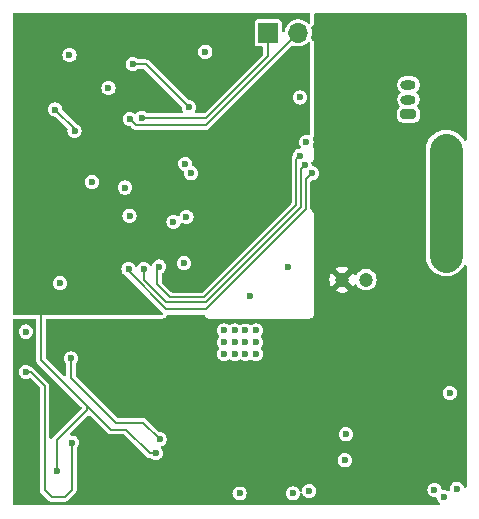
<source format=gbr>
%TF.GenerationSoftware,KiCad,Pcbnew,8.0.3-8.0.3-0~ubuntu22.04.1*%
%TF.CreationDate,2024-07-04T17:08:58-06:00*%
%TF.ProjectId,stm32g070 and DRV8311 single motor board - V1 Alpha,73746d33-3267-4303-9730-20616e642044,rev?*%
%TF.SameCoordinates,Original*%
%TF.FileFunction,Copper,L3,Inr*%
%TF.FilePolarity,Positive*%
%FSLAX46Y46*%
G04 Gerber Fmt 4.6, Leading zero omitted, Abs format (unit mm)*
G04 Created by KiCad (PCBNEW 8.0.3-8.0.3-0~ubuntu22.04.1) date 2024-07-04 17:08:58*
%MOMM*%
%LPD*%
G01*
G04 APERTURE LIST*
G04 Aperture macros list*
%AMRoundRect*
0 Rectangle with rounded corners*
0 $1 Rounding radius*
0 $2 $3 $4 $5 $6 $7 $8 $9 X,Y pos of 4 corners*
0 Add a 4 corners polygon primitive as box body*
4,1,4,$2,$3,$4,$5,$6,$7,$8,$9,$2,$3,0*
0 Add four circle primitives for the rounded corners*
1,1,$1+$1,$2,$3*
1,1,$1+$1,$4,$5*
1,1,$1+$1,$6,$7*
1,1,$1+$1,$8,$9*
0 Add four rect primitives between the rounded corners*
20,1,$1+$1,$2,$3,$4,$5,0*
20,1,$1+$1,$4,$5,$6,$7,0*
20,1,$1+$1,$6,$7,$8,$9,0*
20,1,$1+$1,$8,$9,$2,$3,0*%
G04 Aperture macros list end*
%TA.AperFunction,ComponentPad*%
%ADD10RoundRect,0.200000X0.450000X-0.200000X0.450000X0.200000X-0.450000X0.200000X-0.450000X-0.200000X0*%
%TD*%
%TA.AperFunction,ComponentPad*%
%ADD11O,1.300000X0.800000*%
%TD*%
%TA.AperFunction,ComponentPad*%
%ADD12C,1.200000*%
%TD*%
%TA.AperFunction,ComponentPad*%
%ADD13C,0.600000*%
%TD*%
%TA.AperFunction,ComponentPad*%
%ADD14R,1.700000X1.700000*%
%TD*%
%TA.AperFunction,ComponentPad*%
%ADD15O,1.700000X1.700000*%
%TD*%
%TA.AperFunction,ViaPad*%
%ADD16C,0.600000*%
%TD*%
%TA.AperFunction,Conductor*%
%ADD17C,0.200000*%
%TD*%
%TA.AperFunction,Conductor*%
%ADD18C,2.814000*%
%TD*%
G04 APERTURE END LIST*
D10*
%TO.N,Net-(J3-Pin_1)*%
%TO.C,J3*%
X156400000Y-96900000D03*
D11*
%TO.N,Net-(J3-Pin_2)*%
X156400000Y-95650000D03*
%TO.N,Net-(J3-Pin_3)*%
X156400000Y-94400000D03*
%TD*%
D12*
%TO.N,/MOTORPWR*%
%TO.C,C15*%
X152800000Y-110900000D03*
%TO.N,GNDPWR*%
X150800000Y-110900000D03*
%TD*%
D13*
%TO.N,GNDPWR*%
%TO.C,U4*%
X132262500Y-124737500D03*
X132262500Y-125687500D03*
X132262500Y-126637500D03*
%TD*%
D14*
%TO.N,/USART1_TX*%
%TO.C,J4*%
X144525000Y-90000000D03*
D15*
%TO.N,/USART1_RX*%
X147065000Y-90000000D03*
%TD*%
D13*
%TO.N,GNDPWR*%
%TO.C,U2*%
X149162498Y-98100001D03*
X150562500Y-98100001D03*
X149862499Y-97374600D03*
X149162498Y-96699999D03*
X150562500Y-96699999D03*
%TD*%
D16*
%TO.N,VDD*%
X129600000Y-102636000D03*
X147213896Y-95473287D03*
X131000000Y-94700000D03*
%TO.N,GND*%
X124000000Y-99300000D03*
X123800000Y-108900000D03*
X146000000Y-103400000D03*
X131800000Y-91800000D03*
X126600000Y-127100000D03*
X135000000Y-125600000D03*
X132900000Y-104500000D03*
X136800000Y-89700000D03*
X141000000Y-98600000D03*
X131600000Y-112200000D03*
%TO.N,/MOTORPWR*%
X158600000Y-103400000D03*
X158600000Y-105300000D03*
X142600000Y-115200000D03*
X159600000Y-103400000D03*
X142600000Y-117200000D03*
X143500000Y-115200000D03*
X141700000Y-115200000D03*
X158600000Y-104400000D03*
X141700000Y-116200000D03*
X141700000Y-117200000D03*
X159600000Y-105300000D03*
X160600000Y-104400000D03*
X140800000Y-117200000D03*
X143500000Y-116200000D03*
X160600000Y-103400000D03*
X160600000Y-105300000D03*
X142600000Y-116200000D03*
X140800000Y-116200000D03*
X159600000Y-104400000D03*
X140800000Y-115200000D03*
X143500000Y-117200000D03*
%TO.N,GNDPWR*%
X158900000Y-116500000D03*
X131400000Y-119000000D03*
X124350000Y-126300000D03*
X152800000Y-90800000D03*
X132400000Y-118100000D03*
X153500000Y-106800000D03*
X124350000Y-127150000D03*
X154800000Y-90800000D03*
X157900000Y-117400000D03*
X130400000Y-117100000D03*
X159900000Y-116500000D03*
X132400000Y-117100000D03*
X153800000Y-89800000D03*
X132400000Y-119000000D03*
X154800000Y-89800000D03*
X157900000Y-115500000D03*
X159900000Y-117400000D03*
X153500000Y-104900000D03*
X152500000Y-106800000D03*
X152800000Y-89800000D03*
X131400000Y-118100000D03*
X159900000Y-115500000D03*
X152500000Y-105900000D03*
X153500000Y-105900000D03*
X158900000Y-115500000D03*
X153800000Y-90800000D03*
X152800000Y-91700000D03*
X151500000Y-105900000D03*
X154800000Y-91700000D03*
X151500000Y-104900000D03*
X130400000Y-118100000D03*
X151500000Y-106800000D03*
X131400000Y-117100000D03*
X157900000Y-116500000D03*
X158900000Y-117400000D03*
X153800000Y-91700000D03*
X152500000Y-104900000D03*
X130400000Y-119000000D03*
%TO.N,/SWC*%
X137500000Y-101100000D03*
%TO.N,/SWD*%
X138000000Y-101900000D03*
%TO.N,Net-(U2-SLEEP_N)*%
X147756784Y-99259725D03*
%TO.N,/PSU/LDO 4.9v*%
X127912500Y-124700000D03*
X124000000Y-118700000D03*
%TO.N,/1CSA-B*%
X147600000Y-101200000D03*
X134000000Y-110000000D03*
%TO.N,/1CSA-A*%
X132700000Y-110000000D03*
X148200000Y-101900000D03*
%TO.N,/1CSA-C*%
X135300000Y-109800000D03*
X147200000Y-100400000D03*
%TO.N,/CS1*%
X133049998Y-92649998D03*
X137800000Y-96300000D03*
%TO.N,/PSU/BATT+*%
X142100000Y-129000000D03*
X159900000Y-120500000D03*
%TO.N,Net-(D1-A)*%
X124000000Y-115300000D03*
%TO.N,/PSU/~{CHG}*%
X135321200Y-124421200D03*
X127824265Y-117575735D03*
%TO.N,/SDA1*%
X128125000Y-98300000D03*
X126500000Y-96500000D03*
%TO.N,/PSU/BATT-*%
X151000000Y-126200000D03*
X160500000Y-128600000D03*
%TO.N,Net-(Q1-G)*%
X159400000Y-129300000D03*
X148000000Y-128800000D03*
X151100000Y-124000000D03*
%TO.N,/NRST*%
X126900000Y-111200000D03*
X132780603Y-105480603D03*
%TO.N,Net-(U3-PACK)*%
X146600000Y-129000000D03*
X158600000Y-128700000D03*
%TO.N,Net-(J1-Pin_2)*%
X127700000Y-91900000D03*
%TO.N,Net-(J2-Pin_2)*%
X139200000Y-91600000D03*
%TO.N,/USART1_TX*%
X133800000Y-97200000D03*
%TO.N,/USART1_RX*%
X132800000Y-97300000D03*
%TO.N,/ADC11*%
X136500000Y-106000000D03*
%TO.N,/ADC10{slash}VBATT*%
X137400000Y-109500000D03*
%TO.N,Net-(D3-A)*%
X143000000Y-112300000D03*
%TO.N,/LED*%
X137600000Y-105600000D03*
X146200000Y-109800000D03*
%TO.N,Net-(U1-VREF+)*%
X132400000Y-103100000D03*
%TD*%
D17*
%TO.N,GND*%
X125300000Y-110400000D02*
X125300000Y-117700000D01*
X126600000Y-124500000D02*
X129150000Y-121950000D01*
X132500000Y-123600000D02*
X134500000Y-125600000D01*
X129150000Y-121950000D02*
X129150000Y-121550000D01*
X126600000Y-127100000D02*
X126600000Y-124500000D01*
X134500000Y-125600000D02*
X135000000Y-125600000D01*
X123800000Y-108900000D02*
X125300000Y-110400000D01*
X131200000Y-123600000D02*
X132500000Y-123600000D01*
X125300000Y-117700000D02*
X131200000Y-123600000D01*
D18*
%TO.N,/MOTORPWR*%
X159600000Y-99900000D02*
X159600000Y-108900000D01*
D17*
%TO.N,/PSU/LDO 4.9v*%
X127300000Y-129300000D02*
X127912500Y-128687500D01*
X127912500Y-128687500D02*
X127912500Y-124700000D01*
X125600000Y-128700000D02*
X126200000Y-129300000D01*
X124400000Y-118700000D02*
X125600000Y-119900000D01*
X124000000Y-118700000D02*
X124400000Y-118700000D01*
X126200000Y-129300000D02*
X127300000Y-129300000D01*
X125600000Y-119900000D02*
X125600000Y-128700000D01*
%TO.N,/1CSA-B*%
X135900000Y-112800000D02*
X139265686Y-112800000D01*
X134000000Y-110900000D02*
X135900000Y-112800000D01*
X134000000Y-110000000D02*
X134000000Y-110900000D01*
X147300000Y-104765686D02*
X147300000Y-101500000D01*
X139265686Y-112800000D02*
X147300000Y-104765686D01*
X147300000Y-101500000D02*
X147600000Y-101200000D01*
%TO.N,/1CSA-A*%
X135900000Y-113400000D02*
X139231372Y-113400000D01*
X147700000Y-104931372D02*
X147700000Y-102400000D01*
X147700000Y-102400000D02*
X148200000Y-101900000D01*
X132700000Y-110000000D02*
X132700000Y-110200000D01*
X132700000Y-110200000D02*
X135900000Y-113400000D01*
X139231372Y-113400000D02*
X147700000Y-104931372D01*
%TO.N,/1CSA-C*%
X136200000Y-112400000D02*
X139100000Y-112400000D01*
X139100000Y-112400000D02*
X146900000Y-104600000D01*
X135100000Y-111300000D02*
X136200000Y-112400000D01*
X135100000Y-110000000D02*
X135100000Y-111300000D01*
X146900000Y-100700000D02*
X147200000Y-100400000D01*
X146900000Y-104600000D02*
X146900000Y-100700000D01*
X135300000Y-109800000D02*
X135100000Y-110000000D01*
%TO.N,/CS1*%
X137800000Y-96300000D02*
X134149998Y-92649998D01*
X134149998Y-92649998D02*
X133049998Y-92649998D01*
%TO.N,/PSU/~{CHG}*%
X131600000Y-123000000D02*
X133900000Y-123000000D01*
X127824265Y-117575735D02*
X127824265Y-119224265D01*
X133900000Y-123000000D02*
X135321200Y-124421200D01*
X127824265Y-119224265D02*
X131600000Y-123000000D01*
%TO.N,/SDA1*%
X126500000Y-96500000D02*
X128125000Y-98125000D01*
X128125000Y-98125000D02*
X128125000Y-98300000D01*
%TO.N,/USART1_TX*%
X133800000Y-97200000D02*
X139299314Y-97200000D01*
X139299314Y-97200000D02*
X144525000Y-91974314D01*
X144525000Y-91974314D02*
X144525000Y-90000000D01*
%TO.N,/USART1_RX*%
X132800000Y-97300000D02*
X133300000Y-97800000D01*
X133300000Y-97800000D02*
X139265000Y-97800000D01*
X139265000Y-97800000D02*
X147065000Y-90000000D01*
%TD*%
%TA.AperFunction,Conductor*%
%TO.N,GNDPWR*%
G36*
X139174753Y-113919685D02*
G01*
X139214752Y-113961400D01*
X139253447Y-114027563D01*
X139253452Y-114027571D01*
X139299208Y-114080376D01*
X139299218Y-114080387D01*
X139343934Y-114122548D01*
X139343936Y-114122549D01*
X139343940Y-114122553D01*
X139444016Y-114173439D01*
X139511055Y-114193124D01*
X139597127Y-114205500D01*
X139597130Y-114205500D01*
X147975990Y-114205500D01*
X147976000Y-114205500D01*
X148040941Y-114198518D01*
X148092452Y-114187312D01*
X148130658Y-114176354D01*
X148227571Y-114119675D01*
X148280375Y-114073920D01*
X148280382Y-114073912D01*
X148280387Y-114073908D01*
X148322548Y-114029192D01*
X148322553Y-114029187D01*
X148373439Y-113929111D01*
X148381987Y-113900000D01*
X161323500Y-113900000D01*
X161323500Y-128395532D01*
X161303815Y-128462571D01*
X161251011Y-128508326D01*
X161181853Y-128518270D01*
X161118297Y-128489245D01*
X161084939Y-128442985D01*
X161065283Y-128395532D01*
X161024536Y-128297159D01*
X160928282Y-128171718D01*
X160802841Y-128075464D01*
X160656762Y-128014956D01*
X160656760Y-128014955D01*
X160500001Y-127994318D01*
X160499999Y-127994318D01*
X160343239Y-128014955D01*
X160343237Y-128014956D01*
X160197160Y-128075463D01*
X160071718Y-128171718D01*
X159975463Y-128297160D01*
X159914956Y-128443237D01*
X159914955Y-128443239D01*
X159894318Y-128599998D01*
X159894318Y-128600001D01*
X159902456Y-128661815D01*
X159891690Y-128730850D01*
X159845310Y-128783106D01*
X159778042Y-128801991D01*
X159711241Y-128781510D01*
X159704037Y-128776381D01*
X159702842Y-128775464D01*
X159556762Y-128714956D01*
X159556760Y-128714955D01*
X159400001Y-128694318D01*
X159399999Y-128694318D01*
X159331196Y-128703376D01*
X159262161Y-128692610D01*
X159209905Y-128646230D01*
X159192072Y-128596622D01*
X159185044Y-128543239D01*
X159185044Y-128543238D01*
X159124536Y-128397159D01*
X159028282Y-128271718D01*
X158902841Y-128175464D01*
X158893797Y-128171718D01*
X158756762Y-128114956D01*
X158756760Y-128114955D01*
X158600001Y-128094318D01*
X158599999Y-128094318D01*
X158443239Y-128114955D01*
X158443237Y-128114956D01*
X158297160Y-128175463D01*
X158171718Y-128271718D01*
X158075463Y-128397160D01*
X158014956Y-128543237D01*
X158014955Y-128543239D01*
X157994318Y-128699998D01*
X157994318Y-128700001D01*
X158014955Y-128856760D01*
X158014956Y-128856762D01*
X158074287Y-129000001D01*
X158075464Y-129002841D01*
X158171718Y-129128282D01*
X158297159Y-129224536D01*
X158443238Y-129285044D01*
X158600000Y-129305682D01*
X158668805Y-129296623D01*
X158737837Y-129307388D01*
X158790093Y-129353767D01*
X158807927Y-129403375D01*
X158813502Y-129445724D01*
X158814956Y-129456762D01*
X158875464Y-129602841D01*
X158950400Y-129700500D01*
X158971719Y-129728283D01*
X159060132Y-129796124D01*
X159101335Y-129852552D01*
X159105490Y-129922298D01*
X159071278Y-129983218D01*
X159009561Y-130015971D01*
X158984646Y-130018500D01*
X123006500Y-130018500D01*
X122939461Y-129998815D01*
X122893706Y-129946011D01*
X122882500Y-129894500D01*
X122882500Y-115299998D01*
X123394318Y-115299998D01*
X123394318Y-115300001D01*
X123414955Y-115456760D01*
X123414956Y-115456762D01*
X123475464Y-115602841D01*
X123571718Y-115728282D01*
X123697159Y-115824536D01*
X123843238Y-115885044D01*
X123921619Y-115895363D01*
X123999999Y-115905682D01*
X124000000Y-115905682D01*
X124000001Y-115905682D01*
X124064754Y-115897157D01*
X124156762Y-115885044D01*
X124302841Y-115824536D01*
X124428282Y-115728282D01*
X124524536Y-115602841D01*
X124585044Y-115456762D01*
X124605682Y-115300000D01*
X124585044Y-115143238D01*
X124524536Y-114997159D01*
X124428282Y-114871718D01*
X124302841Y-114775464D01*
X124293797Y-114771718D01*
X124156762Y-114714956D01*
X124156760Y-114714955D01*
X124000001Y-114694318D01*
X123999999Y-114694318D01*
X123843239Y-114714955D01*
X123843237Y-114714956D01*
X123697160Y-114775463D01*
X123571718Y-114871718D01*
X123475463Y-114997160D01*
X123414956Y-115143237D01*
X123414955Y-115143239D01*
X123394318Y-115299998D01*
X122882500Y-115299998D01*
X122882500Y-114329500D01*
X122902185Y-114262461D01*
X122954989Y-114216706D01*
X123006500Y-114205500D01*
X124775500Y-114205500D01*
X124842539Y-114225185D01*
X124888294Y-114277989D01*
X124899500Y-114329500D01*
X124899500Y-117752726D01*
X124926793Y-117854589D01*
X124953156Y-117900250D01*
X124979520Y-117945913D01*
X124979522Y-117945915D01*
X128695926Y-121662319D01*
X128729411Y-121723642D01*
X128724427Y-121793334D01*
X128695926Y-121837681D01*
X126279522Y-124254084D01*
X126279517Y-124254090D01*
X126231887Y-124336589D01*
X126181320Y-124384805D01*
X126112713Y-124398027D01*
X126047848Y-124372059D01*
X126007320Y-124315145D01*
X126000500Y-124274589D01*
X126000500Y-119847275D01*
X126000500Y-119847273D01*
X125973207Y-119745413D01*
X125973207Y-119745412D01*
X125920480Y-119654087D01*
X124645913Y-118379520D01*
X124554588Y-118326793D01*
X124489379Y-118309320D01*
X124433796Y-118277231D01*
X124428288Y-118271724D01*
X124428284Y-118271721D01*
X124428282Y-118271718D01*
X124302841Y-118175464D01*
X124156762Y-118114956D01*
X124156760Y-118114955D01*
X124000001Y-118094318D01*
X123999999Y-118094318D01*
X123843239Y-118114955D01*
X123843237Y-118114956D01*
X123697160Y-118175463D01*
X123571718Y-118271718D01*
X123475463Y-118397160D01*
X123414956Y-118543237D01*
X123414955Y-118543239D01*
X123394318Y-118699998D01*
X123394318Y-118700001D01*
X123414955Y-118856760D01*
X123414956Y-118856762D01*
X123475464Y-119002841D01*
X123571718Y-119128282D01*
X123697159Y-119224536D01*
X123843238Y-119285044D01*
X123921619Y-119295363D01*
X123999999Y-119305682D01*
X124000000Y-119305682D01*
X124000001Y-119305682D01*
X124052254Y-119298802D01*
X124156762Y-119285044D01*
X124265399Y-119240044D01*
X124334867Y-119232576D01*
X124397347Y-119263851D01*
X124400532Y-119266925D01*
X125163181Y-120029574D01*
X125196666Y-120090897D01*
X125199500Y-120117255D01*
X125199500Y-128647273D01*
X125199500Y-128752727D01*
X125212167Y-128800001D01*
X125226793Y-128854589D01*
X125230248Y-128860573D01*
X125279520Y-128945913D01*
X125954087Y-129620480D01*
X126045412Y-129673207D01*
X126147273Y-129700500D01*
X126147275Y-129700500D01*
X127352725Y-129700500D01*
X127352727Y-129700500D01*
X127454588Y-129673207D01*
X127545913Y-129620480D01*
X128166395Y-128999998D01*
X141494318Y-128999998D01*
X141494318Y-129000001D01*
X141514955Y-129156760D01*
X141514956Y-129156762D01*
X141574287Y-129300001D01*
X141575464Y-129302841D01*
X141671718Y-129428282D01*
X141797159Y-129524536D01*
X141943238Y-129585044D01*
X142021619Y-129595363D01*
X142099999Y-129605682D01*
X142100000Y-129605682D01*
X142100001Y-129605682D01*
X142152254Y-129598802D01*
X142256762Y-129585044D01*
X142402841Y-129524536D01*
X142528282Y-129428282D01*
X142624536Y-129302841D01*
X142685044Y-129156762D01*
X142705682Y-129000000D01*
X142705682Y-128999998D01*
X145994318Y-128999998D01*
X145994318Y-129000001D01*
X146014955Y-129156760D01*
X146014956Y-129156762D01*
X146074287Y-129300001D01*
X146075464Y-129302841D01*
X146171718Y-129428282D01*
X146297159Y-129524536D01*
X146443238Y-129585044D01*
X146521619Y-129595363D01*
X146599999Y-129605682D01*
X146600000Y-129605682D01*
X146600001Y-129605682D01*
X146652254Y-129598802D01*
X146756762Y-129585044D01*
X146902841Y-129524536D01*
X147028282Y-129428282D01*
X147124536Y-129302841D01*
X147185044Y-129156762D01*
X147200070Y-129042623D01*
X147228336Y-128978728D01*
X147286661Y-128940257D01*
X147356525Y-128939426D01*
X147415749Y-128976498D01*
X147437570Y-129011357D01*
X147475464Y-129102841D01*
X147571718Y-129228282D01*
X147697159Y-129324536D01*
X147843238Y-129385044D01*
X147921619Y-129395363D01*
X147999999Y-129405682D01*
X148000000Y-129405682D01*
X148000001Y-129405682D01*
X148052254Y-129398802D01*
X148156762Y-129385044D01*
X148302841Y-129324536D01*
X148428282Y-129228282D01*
X148524536Y-129102841D01*
X148585044Y-128956762D01*
X148605682Y-128800000D01*
X148599458Y-128752727D01*
X148585044Y-128643239D01*
X148585044Y-128643238D01*
X148524536Y-128497159D01*
X148428282Y-128371718D01*
X148302841Y-128275464D01*
X148293797Y-128271718D01*
X148156762Y-128214956D01*
X148156760Y-128214955D01*
X148000001Y-128194318D01*
X147999999Y-128194318D01*
X147843239Y-128214955D01*
X147843237Y-128214956D01*
X147697160Y-128275463D01*
X147571718Y-128371718D01*
X147475463Y-128497160D01*
X147414956Y-128643237D01*
X147414956Y-128643239D01*
X147399929Y-128757375D01*
X147371662Y-128821271D01*
X147313337Y-128859742D01*
X147243473Y-128860573D01*
X147184249Y-128823500D01*
X147162429Y-128788641D01*
X147124537Y-128697161D01*
X147124536Y-128697160D01*
X147124536Y-128697159D01*
X147028282Y-128571718D01*
X146902841Y-128475464D01*
X146890241Y-128470245D01*
X146756762Y-128414956D01*
X146756760Y-128414955D01*
X146600001Y-128394318D01*
X146599999Y-128394318D01*
X146443239Y-128414955D01*
X146443237Y-128414956D01*
X146297160Y-128475463D01*
X146171718Y-128571718D01*
X146075463Y-128697160D01*
X146014956Y-128843237D01*
X146014955Y-128843239D01*
X145994318Y-128999998D01*
X142705682Y-128999998D01*
X142699989Y-128956760D01*
X142688793Y-128871718D01*
X142685044Y-128843238D01*
X142624536Y-128697159D01*
X142528282Y-128571718D01*
X142402841Y-128475464D01*
X142390241Y-128470245D01*
X142256762Y-128414956D01*
X142256760Y-128414955D01*
X142100001Y-128394318D01*
X142099999Y-128394318D01*
X141943239Y-128414955D01*
X141943237Y-128414956D01*
X141797160Y-128475463D01*
X141671718Y-128571718D01*
X141575463Y-128697160D01*
X141514956Y-128843237D01*
X141514955Y-128843239D01*
X141494318Y-128999998D01*
X128166395Y-128999998D01*
X128232980Y-128933413D01*
X128285707Y-128842088D01*
X128313000Y-128740227D01*
X128313000Y-128634773D01*
X128313000Y-125206580D01*
X128332685Y-125139541D01*
X128338624Y-125131093D01*
X128340779Y-125128283D01*
X128340782Y-125128282D01*
X128437036Y-125002841D01*
X128497544Y-124856762D01*
X128518182Y-124700000D01*
X128518181Y-124699995D01*
X128497544Y-124543239D01*
X128497544Y-124543238D01*
X128437036Y-124397159D01*
X128340782Y-124271718D01*
X128215341Y-124175464D01*
X128170190Y-124156762D01*
X128069262Y-124114956D01*
X128069260Y-124114955D01*
X127912502Y-124094318D01*
X127912500Y-124094318D01*
X127896531Y-124096420D01*
X127882624Y-124098251D01*
X127813589Y-124087483D01*
X127761334Y-124041102D01*
X127742450Y-123973833D01*
X127762932Y-123907033D01*
X127778752Y-123887639D01*
X129262318Y-122404072D01*
X129323641Y-122370588D01*
X129393333Y-122375572D01*
X129437680Y-122404073D01*
X130954087Y-123920480D01*
X131045412Y-123973207D01*
X131147273Y-124000500D01*
X131252727Y-124000500D01*
X132282745Y-124000500D01*
X132349784Y-124020185D01*
X132370426Y-124036819D01*
X134254087Y-125920480D01*
X134345412Y-125973207D01*
X134447273Y-126000500D01*
X134493420Y-126000500D01*
X134560459Y-126020185D01*
X134568907Y-126026124D01*
X134571716Y-126028279D01*
X134571718Y-126028282D01*
X134697159Y-126124536D01*
X134843238Y-126185044D01*
X134921619Y-126195363D01*
X134999999Y-126205682D01*
X135000000Y-126205682D01*
X135000001Y-126205682D01*
X135043170Y-126199998D01*
X150394318Y-126199998D01*
X150394318Y-126200001D01*
X150414955Y-126356760D01*
X150414956Y-126356762D01*
X150475464Y-126502841D01*
X150571718Y-126628282D01*
X150697159Y-126724536D01*
X150843238Y-126785044D01*
X150921619Y-126795363D01*
X150999999Y-126805682D01*
X151000000Y-126805682D01*
X151000001Y-126805682D01*
X151064754Y-126797157D01*
X151156762Y-126785044D01*
X151302841Y-126724536D01*
X151428282Y-126628282D01*
X151524536Y-126502841D01*
X151585044Y-126356762D01*
X151605682Y-126200000D01*
X151585044Y-126043238D01*
X151524536Y-125897159D01*
X151428282Y-125771718D01*
X151302841Y-125675464D01*
X151156762Y-125614956D01*
X151156760Y-125614955D01*
X151000001Y-125594318D01*
X150999999Y-125594318D01*
X150843239Y-125614955D01*
X150843237Y-125614956D01*
X150697160Y-125675463D01*
X150571718Y-125771718D01*
X150475463Y-125897160D01*
X150414956Y-126043237D01*
X150414955Y-126043239D01*
X150394318Y-126199998D01*
X135043170Y-126199998D01*
X135052254Y-126198802D01*
X135156762Y-126185044D01*
X135302841Y-126124536D01*
X135428282Y-126028282D01*
X135524536Y-125902841D01*
X135585044Y-125756762D01*
X135605682Y-125600000D01*
X135585044Y-125443238D01*
X135524536Y-125297159D01*
X135442287Y-125189970D01*
X135417095Y-125124805D01*
X135431133Y-125056360D01*
X135479947Y-125006370D01*
X135493201Y-124999931D01*
X135624041Y-124945736D01*
X135749482Y-124849482D01*
X135845736Y-124724041D01*
X135906244Y-124577962D01*
X135920002Y-124473454D01*
X135926882Y-124421201D01*
X135926882Y-124421198D01*
X135906244Y-124264439D01*
X135906244Y-124264438D01*
X135845736Y-124118359D01*
X135754915Y-123999998D01*
X150494318Y-123999998D01*
X150494318Y-124000001D01*
X150514955Y-124156760D01*
X150514956Y-124156762D01*
X150563761Y-124274589D01*
X150575464Y-124302841D01*
X150671718Y-124428282D01*
X150797159Y-124524536D01*
X150943238Y-124585044D01*
X151021619Y-124595363D01*
X151099999Y-124605682D01*
X151100000Y-124605682D01*
X151100001Y-124605682D01*
X151152254Y-124598802D01*
X151256762Y-124585044D01*
X151402841Y-124524536D01*
X151528282Y-124428282D01*
X151624536Y-124302841D01*
X151685044Y-124156762D01*
X151705682Y-124000000D01*
X151692077Y-123896663D01*
X151685044Y-123843239D01*
X151685044Y-123843238D01*
X151624536Y-123697159D01*
X151528282Y-123571718D01*
X151402841Y-123475464D01*
X151256762Y-123414956D01*
X151256760Y-123414955D01*
X151100001Y-123394318D01*
X151099999Y-123394318D01*
X150943239Y-123414955D01*
X150943237Y-123414956D01*
X150797160Y-123475463D01*
X150671718Y-123571718D01*
X150575463Y-123697160D01*
X150514956Y-123843237D01*
X150514955Y-123843239D01*
X150494318Y-123999998D01*
X135754915Y-123999998D01*
X135749482Y-123992918D01*
X135624041Y-123896664D01*
X135477962Y-123836156D01*
X135421777Y-123828759D01*
X135317685Y-123815055D01*
X135253789Y-123786788D01*
X135246190Y-123779797D01*
X134145915Y-122679522D01*
X134145913Y-122679520D01*
X134100250Y-122653156D01*
X134054589Y-122626793D01*
X134003657Y-122613146D01*
X133952727Y-122599500D01*
X133952726Y-122599500D01*
X131817254Y-122599500D01*
X131750215Y-122579815D01*
X131729573Y-122563181D01*
X129666391Y-120499998D01*
X159294318Y-120499998D01*
X159294318Y-120500001D01*
X159314955Y-120656760D01*
X159314956Y-120656762D01*
X159375464Y-120802841D01*
X159471718Y-120928282D01*
X159597159Y-121024536D01*
X159743238Y-121085044D01*
X159821619Y-121095363D01*
X159899999Y-121105682D01*
X159900000Y-121105682D01*
X159900001Y-121105682D01*
X159952254Y-121098802D01*
X160056762Y-121085044D01*
X160202841Y-121024536D01*
X160328282Y-120928282D01*
X160424536Y-120802841D01*
X160485044Y-120656762D01*
X160505682Y-120500000D01*
X160485044Y-120343238D01*
X160424536Y-120197159D01*
X160328282Y-120071718D01*
X160202841Y-119975464D01*
X160056762Y-119914956D01*
X160056760Y-119914955D01*
X159900001Y-119894318D01*
X159899999Y-119894318D01*
X159743239Y-119914955D01*
X159743237Y-119914956D01*
X159597160Y-119975463D01*
X159471718Y-120071718D01*
X159375463Y-120197160D01*
X159314956Y-120343237D01*
X159314955Y-120343239D01*
X159294318Y-120499998D01*
X129666391Y-120499998D01*
X128261084Y-119094691D01*
X128227599Y-119033368D01*
X128224765Y-119007010D01*
X128224765Y-118082315D01*
X128244450Y-118015276D01*
X128250389Y-118006828D01*
X128252544Y-118004018D01*
X128252547Y-118004017D01*
X128348801Y-117878576D01*
X128409309Y-117732497D01*
X128429947Y-117575735D01*
X128409309Y-117418973D01*
X128348801Y-117272894D01*
X128252547Y-117147453D01*
X128127106Y-117051199D01*
X128107886Y-117043238D01*
X127981027Y-116990691D01*
X127981025Y-116990690D01*
X127824266Y-116970053D01*
X127824264Y-116970053D01*
X127667504Y-116990690D01*
X127667502Y-116990691D01*
X127521425Y-117051198D01*
X127395983Y-117147453D01*
X127299728Y-117272895D01*
X127239221Y-117418972D01*
X127239220Y-117418974D01*
X127218583Y-117575733D01*
X127218583Y-117575736D01*
X127239220Y-117732495D01*
X127239221Y-117732497D01*
X127299729Y-117878576D01*
X127395983Y-118004017D01*
X127395985Y-118004018D01*
X127398141Y-118006828D01*
X127423335Y-118071998D01*
X127423765Y-118082315D01*
X127423765Y-118958010D01*
X127404080Y-119025049D01*
X127351276Y-119070804D01*
X127282118Y-119080748D01*
X127218562Y-119051723D01*
X127212084Y-119045691D01*
X125736819Y-117570426D01*
X125703334Y-117509103D01*
X125700500Y-117482745D01*
X125700500Y-115199998D01*
X140194318Y-115199998D01*
X140194318Y-115200001D01*
X140214955Y-115356760D01*
X140214956Y-115356762D01*
X140275464Y-115502842D01*
X140368826Y-115624514D01*
X140394020Y-115689683D01*
X140379981Y-115758128D01*
X140368826Y-115775486D01*
X140275464Y-115897157D01*
X140214956Y-116043237D01*
X140214955Y-116043239D01*
X140194318Y-116199998D01*
X140194318Y-116200001D01*
X140214955Y-116356760D01*
X140214956Y-116356762D01*
X140275464Y-116502842D01*
X140368826Y-116624514D01*
X140394020Y-116689683D01*
X140379981Y-116758128D01*
X140368826Y-116775486D01*
X140275464Y-116897157D01*
X140214956Y-117043237D01*
X140214955Y-117043239D01*
X140194318Y-117199998D01*
X140194318Y-117200001D01*
X140214955Y-117356760D01*
X140214956Y-117356762D01*
X140275464Y-117502841D01*
X140371718Y-117628282D01*
X140497159Y-117724536D01*
X140643238Y-117785044D01*
X140721619Y-117795363D01*
X140799999Y-117805682D01*
X140800000Y-117805682D01*
X140800001Y-117805682D01*
X140852254Y-117798802D01*
X140956762Y-117785044D01*
X141102841Y-117724536D01*
X141174513Y-117669539D01*
X141239682Y-117644345D01*
X141308127Y-117658383D01*
X141325487Y-117669540D01*
X141397157Y-117724535D01*
X141397158Y-117724535D01*
X141397159Y-117724536D01*
X141543238Y-117785044D01*
X141621619Y-117795363D01*
X141699999Y-117805682D01*
X141700000Y-117805682D01*
X141700001Y-117805682D01*
X141752254Y-117798802D01*
X141856762Y-117785044D01*
X142002841Y-117724536D01*
X142074513Y-117669539D01*
X142139682Y-117644345D01*
X142208127Y-117658383D01*
X142225487Y-117669540D01*
X142297157Y-117724535D01*
X142297158Y-117724535D01*
X142297159Y-117724536D01*
X142443238Y-117785044D01*
X142521619Y-117795363D01*
X142599999Y-117805682D01*
X142600000Y-117805682D01*
X142600001Y-117805682D01*
X142652254Y-117798802D01*
X142756762Y-117785044D01*
X142902841Y-117724536D01*
X142974513Y-117669539D01*
X143039682Y-117644345D01*
X143108127Y-117658383D01*
X143125487Y-117669540D01*
X143197157Y-117724535D01*
X143197158Y-117724535D01*
X143197159Y-117724536D01*
X143343238Y-117785044D01*
X143421619Y-117795363D01*
X143499999Y-117805682D01*
X143500000Y-117805682D01*
X143500001Y-117805682D01*
X143552254Y-117798802D01*
X143656762Y-117785044D01*
X143802841Y-117724536D01*
X143928282Y-117628282D01*
X144024536Y-117502841D01*
X144085044Y-117356762D01*
X144105682Y-117200000D01*
X144085044Y-117043238D01*
X144024536Y-116897159D01*
X143931171Y-116775484D01*
X143905979Y-116710317D01*
X143920017Y-116641873D01*
X143931167Y-116624521D01*
X144024536Y-116502841D01*
X144085044Y-116356762D01*
X144105682Y-116200000D01*
X144085044Y-116043238D01*
X144024536Y-115897159D01*
X143931171Y-115775484D01*
X143905979Y-115710317D01*
X143920017Y-115641873D01*
X143931167Y-115624521D01*
X144024536Y-115502841D01*
X144085044Y-115356762D01*
X144105682Y-115200000D01*
X144085044Y-115043238D01*
X144024536Y-114897159D01*
X143928282Y-114771718D01*
X143802841Y-114675464D01*
X143656762Y-114614956D01*
X143656760Y-114614955D01*
X143500001Y-114594318D01*
X143499999Y-114594318D01*
X143343239Y-114614955D01*
X143343237Y-114614956D01*
X143197157Y-114675464D01*
X143125486Y-114730460D01*
X143060317Y-114755654D01*
X142991872Y-114741615D01*
X142974514Y-114730460D01*
X142902842Y-114675464D01*
X142756762Y-114614956D01*
X142756760Y-114614955D01*
X142600001Y-114594318D01*
X142599999Y-114594318D01*
X142443239Y-114614955D01*
X142443237Y-114614956D01*
X142297157Y-114675464D01*
X142225486Y-114730460D01*
X142160317Y-114755654D01*
X142091872Y-114741615D01*
X142074514Y-114730460D01*
X142002842Y-114675464D01*
X141856762Y-114614956D01*
X141856760Y-114614955D01*
X141700001Y-114594318D01*
X141699999Y-114594318D01*
X141543239Y-114614955D01*
X141543237Y-114614956D01*
X141397157Y-114675464D01*
X141325486Y-114730460D01*
X141260317Y-114755654D01*
X141191872Y-114741615D01*
X141174514Y-114730460D01*
X141102842Y-114675464D01*
X140956762Y-114614956D01*
X140956760Y-114614955D01*
X140800001Y-114594318D01*
X140799999Y-114594318D01*
X140643239Y-114614955D01*
X140643237Y-114614956D01*
X140497160Y-114675463D01*
X140371718Y-114771718D01*
X140275463Y-114897160D01*
X140214956Y-115043237D01*
X140214955Y-115043239D01*
X140194318Y-115199998D01*
X125700500Y-115199998D01*
X125700500Y-114329500D01*
X125720185Y-114262461D01*
X125772989Y-114216706D01*
X125824500Y-114205500D01*
X135534249Y-114205500D01*
X135534930Y-114205487D01*
X135545151Y-114205305D01*
X135553997Y-114204989D01*
X135649853Y-114185922D01*
X135715317Y-114161505D01*
X135770466Y-114134333D01*
X135853118Y-114058349D01*
X135894990Y-114002416D01*
X135920486Y-113960056D01*
X135971922Y-113912769D01*
X136026727Y-113900000D01*
X139107714Y-113900000D01*
X139174753Y-113919685D01*
G37*
%TD.AperFunction*%
%TD*%
%TA.AperFunction,Conductor*%
%TO.N,GNDPWR*%
G36*
X161266539Y-88358185D02*
G01*
X161312294Y-88410989D01*
X161323500Y-88462500D01*
X161323500Y-99007415D01*
X161303815Y-99074454D01*
X161251011Y-99120209D01*
X161181853Y-99130153D01*
X161118297Y-99101128D01*
X161092113Y-99069415D01*
X161022781Y-98949328D01*
X160886522Y-98771752D01*
X160886516Y-98771745D01*
X160728254Y-98613483D01*
X160728247Y-98613477D01*
X160550671Y-98477218D01*
X160356831Y-98365305D01*
X160356821Y-98365300D01*
X160199172Y-98300000D01*
X160150036Y-98279647D01*
X159933832Y-98221716D01*
X159933826Y-98221715D01*
X159933821Y-98221714D01*
X159711924Y-98192501D01*
X159711921Y-98192500D01*
X159711915Y-98192500D01*
X159488085Y-98192500D01*
X159488079Y-98192500D01*
X159488075Y-98192501D01*
X159266178Y-98221714D01*
X159266171Y-98221715D01*
X159266168Y-98221716D01*
X159194100Y-98241026D01*
X159049970Y-98279645D01*
X159049966Y-98279646D01*
X159049964Y-98279647D01*
X159049957Y-98279650D01*
X158843178Y-98365300D01*
X158843168Y-98365305D01*
X158649328Y-98477218D01*
X158471752Y-98613477D01*
X158471745Y-98613483D01*
X158313483Y-98771745D01*
X158313477Y-98771752D01*
X158177218Y-98949328D01*
X158065305Y-99143168D01*
X158065300Y-99143178D01*
X157979650Y-99349957D01*
X157979645Y-99349970D01*
X157921717Y-99566165D01*
X157921714Y-99566178D01*
X157892501Y-99788075D01*
X157892500Y-99788091D01*
X157892500Y-109011908D01*
X157892501Y-109011924D01*
X157921714Y-109233821D01*
X157921715Y-109233826D01*
X157921716Y-109233832D01*
X157979647Y-109450036D01*
X158005559Y-109512592D01*
X158065300Y-109656821D01*
X158065305Y-109656831D01*
X158177218Y-109850671D01*
X158313477Y-110028247D01*
X158313483Y-110028254D01*
X158471745Y-110186516D01*
X158471752Y-110186522D01*
X158649328Y-110322781D01*
X158843168Y-110434694D01*
X158843178Y-110434699D01*
X158880587Y-110450194D01*
X159049964Y-110520353D01*
X159266168Y-110578284D01*
X159488085Y-110607500D01*
X159488092Y-110607500D01*
X159711908Y-110607500D01*
X159711915Y-110607500D01*
X159933832Y-110578284D01*
X160150036Y-110520353D01*
X160356828Y-110434696D01*
X160550672Y-110322781D01*
X160728249Y-110186521D01*
X160886521Y-110028249D01*
X161022781Y-109850672D01*
X161092113Y-109730583D01*
X161142679Y-109682369D01*
X161211286Y-109669145D01*
X161276151Y-109695113D01*
X161316680Y-109752027D01*
X161323500Y-109792584D01*
X161323500Y-113900000D01*
X148381987Y-113900000D01*
X148393124Y-113862072D01*
X148405500Y-113776000D01*
X148405500Y-111834240D01*
X150219311Y-111834240D01*
X150307585Y-111888897D01*
X150497678Y-111962539D01*
X150698072Y-112000000D01*
X150901928Y-112000000D01*
X151102322Y-111962539D01*
X151292412Y-111888899D01*
X151292416Y-111888897D01*
X151380686Y-111834241D01*
X151380686Y-111834240D01*
X150800001Y-111253553D01*
X150800000Y-111253553D01*
X150219311Y-111834240D01*
X148405500Y-111834240D01*
X148405500Y-110899999D01*
X149695287Y-110899999D01*
X149695287Y-110900000D01*
X149714096Y-111102989D01*
X149714097Y-111102992D01*
X149769883Y-111299063D01*
X149769886Y-111299069D01*
X149860751Y-111481551D01*
X149862533Y-111483911D01*
X150446446Y-110900000D01*
X150446446Y-110899999D01*
X150406951Y-110860504D01*
X150500000Y-110860504D01*
X150500000Y-110939496D01*
X150520444Y-111015796D01*
X150559940Y-111084205D01*
X150615795Y-111140060D01*
X150684204Y-111179556D01*
X150760504Y-111200000D01*
X150839496Y-111200000D01*
X150915796Y-111179556D01*
X150984205Y-111140060D01*
X151040060Y-111084205D01*
X151079556Y-111015796D01*
X151100000Y-110939496D01*
X151100000Y-110900000D01*
X151153553Y-110900000D01*
X151737465Y-111483912D01*
X151739247Y-111481553D01*
X151739251Y-111481547D01*
X151801500Y-111356534D01*
X151849002Y-111305297D01*
X151916665Y-111287875D01*
X151983006Y-111309800D01*
X152019887Y-111349805D01*
X152067467Y-111432216D01*
X152124822Y-111495915D01*
X152194129Y-111572888D01*
X152347265Y-111684148D01*
X152347270Y-111684151D01*
X152520192Y-111761142D01*
X152520197Y-111761144D01*
X152705354Y-111800500D01*
X152705355Y-111800500D01*
X152894644Y-111800500D01*
X152894646Y-111800500D01*
X153079803Y-111761144D01*
X153252730Y-111684151D01*
X153405871Y-111572888D01*
X153532533Y-111432216D01*
X153627179Y-111268284D01*
X153685674Y-111088256D01*
X153705460Y-110900000D01*
X153685674Y-110711744D01*
X153627179Y-110531716D01*
X153532533Y-110367784D01*
X153405871Y-110227112D01*
X153405870Y-110227111D01*
X153252734Y-110115851D01*
X153252729Y-110115848D01*
X153079807Y-110038857D01*
X153079802Y-110038855D01*
X152931469Y-110007327D01*
X152894646Y-109999500D01*
X152705354Y-109999500D01*
X152672897Y-110006398D01*
X152520197Y-110038855D01*
X152520192Y-110038857D01*
X152347270Y-110115848D01*
X152347265Y-110115851D01*
X152194129Y-110227111D01*
X152067465Y-110367785D01*
X152019887Y-110450194D01*
X151969320Y-110498410D01*
X151900713Y-110511632D01*
X151835848Y-110485664D01*
X151801500Y-110443466D01*
X151739249Y-110318449D01*
X151739247Y-110318447D01*
X151737465Y-110316087D01*
X151153553Y-110900000D01*
X151100000Y-110900000D01*
X151100000Y-110860504D01*
X151079556Y-110784204D01*
X151040060Y-110715795D01*
X150984205Y-110659940D01*
X150915796Y-110620444D01*
X150839496Y-110600000D01*
X150760504Y-110600000D01*
X150684204Y-110620444D01*
X150615795Y-110659940D01*
X150559940Y-110715795D01*
X150520444Y-110784204D01*
X150500000Y-110860504D01*
X150406951Y-110860504D01*
X149862533Y-110316087D01*
X149860755Y-110318442D01*
X149860754Y-110318443D01*
X149769886Y-110500930D01*
X149769883Y-110500936D01*
X149714097Y-110697007D01*
X149714096Y-110697010D01*
X149695287Y-110899999D01*
X148405500Y-110899999D01*
X148405500Y-109965758D01*
X150219311Y-109965758D01*
X150800000Y-110546446D01*
X150800001Y-110546446D01*
X151380687Y-109965758D01*
X151292413Y-109911101D01*
X151292411Y-109911100D01*
X151102321Y-109837460D01*
X150901928Y-109800000D01*
X150698072Y-109800000D01*
X150497678Y-109837460D01*
X150307588Y-109911100D01*
X150307581Y-109911104D01*
X150219312Y-109965757D01*
X150219311Y-109965758D01*
X148405500Y-109965758D01*
X148405500Y-105397125D01*
X148405305Y-105386219D01*
X148404989Y-105377373D01*
X148385922Y-105281517D01*
X148361505Y-105216053D01*
X148334333Y-105160904D01*
X148258349Y-105078252D01*
X148202416Y-105036380D01*
X148202409Y-105036375D01*
X148202404Y-105036372D01*
X148202402Y-105036371D01*
X148160556Y-105011184D01*
X148113269Y-104959748D01*
X148100501Y-104904944D01*
X148100501Y-104871050D01*
X148100500Y-104871032D01*
X148100500Y-102627526D01*
X148120185Y-102560487D01*
X148172989Y-102514732D01*
X148208312Y-102504587D01*
X148356762Y-102485044D01*
X148502841Y-102424536D01*
X148628282Y-102328282D01*
X148724536Y-102202841D01*
X148785044Y-102056762D01*
X148805682Y-101900000D01*
X148805681Y-101899996D01*
X148785044Y-101743239D01*
X148785044Y-101743238D01*
X148724536Y-101597159D01*
X148628282Y-101471718D01*
X148502841Y-101375464D01*
X148356762Y-101314956D01*
X148312752Y-101309162D01*
X148248856Y-101280895D01*
X148210385Y-101222571D01*
X148205999Y-101202408D01*
X148199043Y-101149575D01*
X148185044Y-101043238D01*
X148185043Y-101043237D01*
X148183983Y-101035180D01*
X148186422Y-101034858D01*
X148187782Y-100977437D01*
X148224698Y-100921465D01*
X148227565Y-100918980D01*
X148227571Y-100918977D01*
X148280375Y-100873222D01*
X148280382Y-100873213D01*
X148280387Y-100873210D01*
X148322548Y-100828494D01*
X148322553Y-100828489D01*
X148373439Y-100728413D01*
X148393124Y-100661374D01*
X148405500Y-100575302D01*
X148405500Y-99953116D01*
X148403118Y-99915041D01*
X148399266Y-99884375D01*
X148397454Y-99872002D01*
X148397453Y-99872000D01*
X148397453Y-99871997D01*
X148358883Y-99766565D01*
X148358883Y-99766564D01*
X148323231Y-99706475D01*
X148323223Y-99706464D01*
X148323219Y-99706458D01*
X148299834Y-99674806D01*
X148275829Y-99609189D01*
X148285004Y-99553670D01*
X148341828Y-99416487D01*
X148362466Y-99259725D01*
X148341828Y-99102963D01*
X148285080Y-98965963D01*
X148277612Y-98896496D01*
X148308887Y-98834016D01*
X148309221Y-98833659D01*
X148322553Y-98819520D01*
X148373439Y-98719444D01*
X148393124Y-98652405D01*
X148405500Y-98566333D01*
X148405500Y-94468995D01*
X155449499Y-94468995D01*
X155476418Y-94604322D01*
X155476421Y-94604332D01*
X155529221Y-94731804D01*
X155529228Y-94731817D01*
X155605885Y-94846541D01*
X155605888Y-94846545D01*
X155696662Y-94937319D01*
X155730147Y-94998642D01*
X155725163Y-95068334D01*
X155696662Y-95112681D01*
X155605888Y-95203454D01*
X155605885Y-95203458D01*
X155529228Y-95318182D01*
X155529221Y-95318195D01*
X155476421Y-95445667D01*
X155476418Y-95445677D01*
X155449500Y-95581004D01*
X155449500Y-95581007D01*
X155449500Y-95718993D01*
X155449500Y-95718995D01*
X155449499Y-95718995D01*
X155476418Y-95854322D01*
X155476421Y-95854332D01*
X155529221Y-95981804D01*
X155529228Y-95981817D01*
X155605885Y-96096541D01*
X155605888Y-96096545D01*
X155639579Y-96130236D01*
X155673064Y-96191559D01*
X155668080Y-96261251D01*
X155626212Y-96317182D01*
X155606041Y-96332282D01*
X155592454Y-96342454D01*
X155592453Y-96342455D01*
X155592452Y-96342456D01*
X155506206Y-96457664D01*
X155506202Y-96457671D01*
X155455910Y-96592513D01*
X155455909Y-96592517D01*
X155449500Y-96652127D01*
X155449500Y-96652134D01*
X155449500Y-96652135D01*
X155449500Y-97147870D01*
X155449501Y-97147876D01*
X155455908Y-97207483D01*
X155506202Y-97342328D01*
X155506206Y-97342335D01*
X155592452Y-97457544D01*
X155592455Y-97457547D01*
X155707664Y-97543793D01*
X155707671Y-97543797D01*
X155842517Y-97594091D01*
X155842516Y-97594091D01*
X155849444Y-97594835D01*
X155902127Y-97600500D01*
X156897872Y-97600499D01*
X156957483Y-97594091D01*
X157092331Y-97543796D01*
X157207546Y-97457546D01*
X157293796Y-97342331D01*
X157344091Y-97207483D01*
X157350500Y-97147873D01*
X157350499Y-96652128D01*
X157344091Y-96592517D01*
X157342839Y-96589161D01*
X157293797Y-96457671D01*
X157293793Y-96457664D01*
X157207548Y-96342456D01*
X157207546Y-96342455D01*
X157207546Y-96342454D01*
X157173787Y-96317182D01*
X157131918Y-96261248D01*
X157126935Y-96191556D01*
X157160421Y-96130235D01*
X157194111Y-96096545D01*
X157194114Y-96096542D01*
X157270775Y-95981811D01*
X157274327Y-95973237D01*
X157308632Y-95890416D01*
X157323580Y-95854328D01*
X157350500Y-95718993D01*
X157350500Y-95581007D01*
X157350500Y-95581004D01*
X157323581Y-95445677D01*
X157323580Y-95445676D01*
X157323580Y-95445672D01*
X157323578Y-95445667D01*
X157270778Y-95318195D01*
X157270771Y-95318182D01*
X157194114Y-95203458D01*
X157194111Y-95203454D01*
X157103338Y-95112681D01*
X157069853Y-95051358D01*
X157074837Y-94981666D01*
X157103338Y-94937319D01*
X157194111Y-94846545D01*
X157194114Y-94846542D01*
X157270775Y-94731811D01*
X157323580Y-94604328D01*
X157334143Y-94551227D01*
X157350500Y-94468995D01*
X157350500Y-94331004D01*
X157323581Y-94195677D01*
X157323580Y-94195676D01*
X157323580Y-94195672D01*
X157323578Y-94195667D01*
X157270778Y-94068195D01*
X157270771Y-94068182D01*
X157194114Y-93953458D01*
X157194111Y-93953454D01*
X157096545Y-93855888D01*
X157096541Y-93855885D01*
X156981817Y-93779228D01*
X156981804Y-93779221D01*
X156854332Y-93726421D01*
X156854322Y-93726418D01*
X156718995Y-93699500D01*
X156718993Y-93699500D01*
X156081007Y-93699500D01*
X156081005Y-93699500D01*
X155945677Y-93726418D01*
X155945667Y-93726421D01*
X155818195Y-93779221D01*
X155818182Y-93779228D01*
X155703458Y-93855885D01*
X155703454Y-93855888D01*
X155605888Y-93953454D01*
X155605885Y-93953458D01*
X155529228Y-94068182D01*
X155529221Y-94068195D01*
X155476421Y-94195667D01*
X155476418Y-94195677D01*
X155449500Y-94331004D01*
X155449500Y-94331007D01*
X155449500Y-94468993D01*
X155449500Y-94468995D01*
X155449499Y-94468995D01*
X148405500Y-94468995D01*
X148405500Y-90894120D01*
X148405476Y-90890308D01*
X148405437Y-90887183D01*
X148390824Y-90797565D01*
X148369456Y-90731043D01*
X148344857Y-90674694D01*
X148272770Y-90588623D01*
X148272769Y-90588622D01*
X148272765Y-90588618D01*
X148218841Y-90544223D01*
X148218829Y-90544213D01*
X148199483Y-90531315D01*
X148154623Y-90477753D01*
X148145842Y-90408438D01*
X148148996Y-90394222D01*
X148200756Y-90212310D01*
X148220429Y-90000000D01*
X148200756Y-89787690D01*
X148148402Y-89603687D01*
X148148988Y-89533821D01*
X148187255Y-89475362D01*
X148205068Y-89462715D01*
X148211164Y-89459149D01*
X148227571Y-89449554D01*
X148280375Y-89403799D01*
X148280382Y-89403791D01*
X148280387Y-89403787D01*
X148322548Y-89359071D01*
X148322553Y-89359066D01*
X148373439Y-89258990D01*
X148393124Y-89191951D01*
X148405500Y-89105879D01*
X148405500Y-88462500D01*
X148425185Y-88395461D01*
X148477989Y-88349706D01*
X148529500Y-88338500D01*
X161199500Y-88338500D01*
X161266539Y-88358185D01*
G37*
%TD.AperFunction*%
%TD*%
%TA.AperFunction,Conductor*%
%TO.N,GND*%
G36*
X148043039Y-88358185D02*
G01*
X148088794Y-88410989D01*
X148100000Y-88462500D01*
X148100000Y-89105879D01*
X148080315Y-89172918D01*
X148027511Y-89218673D01*
X147958353Y-89228617D01*
X147894797Y-89199592D01*
X147892462Y-89197516D01*
X147763562Y-89080008D01*
X147761302Y-89077948D01*
X147580019Y-88965702D01*
X147580017Y-88965701D01*
X147480608Y-88927190D01*
X147381198Y-88888679D01*
X147171610Y-88849500D01*
X146958390Y-88849500D01*
X146748802Y-88888679D01*
X146748799Y-88888679D01*
X146748799Y-88888680D01*
X146549982Y-88965701D01*
X146549980Y-88965702D01*
X146368699Y-89077947D01*
X146211127Y-89221593D01*
X146082632Y-89391746D01*
X145987596Y-89582605D01*
X145987596Y-89582607D01*
X145929244Y-89787689D01*
X145922970Y-89855398D01*
X145897184Y-89920335D01*
X145840384Y-89961023D01*
X145770603Y-89964543D01*
X145709996Y-89929778D01*
X145677806Y-89867765D01*
X145675499Y-89843957D01*
X145675499Y-89105143D01*
X145675499Y-89105136D01*
X145675497Y-89105117D01*
X145672586Y-89080012D01*
X145672585Y-89080010D01*
X145672585Y-89080009D01*
X145627206Y-88977235D01*
X145547765Y-88897794D01*
X145527124Y-88888680D01*
X145444992Y-88852415D01*
X145419865Y-88849500D01*
X143630143Y-88849500D01*
X143630117Y-88849502D01*
X143605012Y-88852413D01*
X143605008Y-88852415D01*
X143502235Y-88897793D01*
X143422794Y-88977234D01*
X143377415Y-89080006D01*
X143377415Y-89080008D01*
X143374500Y-89105131D01*
X143374500Y-90894856D01*
X143374502Y-90894882D01*
X143377413Y-90919987D01*
X143377415Y-90919991D01*
X143422793Y-91022764D01*
X143422794Y-91022765D01*
X143502235Y-91102206D01*
X143605009Y-91147585D01*
X143630135Y-91150500D01*
X144000500Y-91150499D01*
X144067539Y-91170183D01*
X144113294Y-91222987D01*
X144124500Y-91274499D01*
X144124500Y-91757059D01*
X144104815Y-91824098D01*
X144088181Y-91844740D01*
X139169740Y-96763181D01*
X139108417Y-96796666D01*
X139082059Y-96799500D01*
X138425082Y-96799500D01*
X138358043Y-96779815D01*
X138312288Y-96727011D01*
X138302344Y-96657853D01*
X138322141Y-96610845D01*
X138320472Y-96609881D01*
X138324534Y-96602843D01*
X138324536Y-96602841D01*
X138385044Y-96456762D01*
X138405682Y-96300000D01*
X138385044Y-96143238D01*
X138324536Y-95997159D01*
X138228282Y-95871718D01*
X138102841Y-95775464D01*
X137956762Y-95714956D01*
X137900577Y-95707559D01*
X137796485Y-95693855D01*
X137732589Y-95665588D01*
X137724990Y-95658597D01*
X134395913Y-92329520D01*
X134395911Y-92329518D01*
X134350248Y-92303154D01*
X134304587Y-92276791D01*
X134253655Y-92263144D01*
X134202725Y-92249498D01*
X134202724Y-92249498D01*
X133556578Y-92249498D01*
X133489539Y-92229813D01*
X133481091Y-92223874D01*
X133478281Y-92221718D01*
X133478280Y-92221716D01*
X133352839Y-92125462D01*
X133350603Y-92124536D01*
X133206760Y-92064954D01*
X133206758Y-92064953D01*
X133049999Y-92044316D01*
X133049997Y-92044316D01*
X132893237Y-92064953D01*
X132893235Y-92064954D01*
X132747158Y-92125461D01*
X132621716Y-92221716D01*
X132525461Y-92347158D01*
X132464954Y-92493235D01*
X132464953Y-92493237D01*
X132444316Y-92649996D01*
X132444316Y-92649999D01*
X132464953Y-92806758D01*
X132464954Y-92806760D01*
X132525462Y-92952839D01*
X132621716Y-93078280D01*
X132747157Y-93174534D01*
X132893236Y-93235042D01*
X132971617Y-93245361D01*
X133049997Y-93255680D01*
X133049998Y-93255680D01*
X133049999Y-93255680D01*
X133102252Y-93248800D01*
X133206760Y-93235042D01*
X133352839Y-93174534D01*
X133478280Y-93078280D01*
X133478281Y-93078277D01*
X133481091Y-93076122D01*
X133546261Y-93050928D01*
X133556578Y-93050498D01*
X133932743Y-93050498D01*
X133999782Y-93070183D01*
X134020424Y-93086817D01*
X137158597Y-96224990D01*
X137192082Y-96286313D01*
X137193855Y-96296485D01*
X137194318Y-96299998D01*
X137194318Y-96300000D01*
X137214956Y-96456762D01*
X137247246Y-96534718D01*
X137275465Y-96602843D01*
X137279528Y-96609881D01*
X137277551Y-96611022D01*
X137298489Y-96665193D01*
X137284445Y-96733637D01*
X137235627Y-96783623D01*
X137174918Y-96799500D01*
X134306580Y-96799500D01*
X134239541Y-96779815D01*
X134231093Y-96773876D01*
X134228283Y-96771720D01*
X134228282Y-96771718D01*
X134102841Y-96675464D01*
X134060324Y-96657853D01*
X133956762Y-96614956D01*
X133956760Y-96614955D01*
X133800001Y-96594318D01*
X133799999Y-96594318D01*
X133643239Y-96614955D01*
X133643237Y-96614956D01*
X133497160Y-96675463D01*
X133371715Y-96771720D01*
X133345751Y-96805558D01*
X133289323Y-96846761D01*
X133219577Y-96850915D01*
X133171891Y-96828448D01*
X133102841Y-96775464D01*
X133099007Y-96773876D01*
X132956762Y-96714956D01*
X132956760Y-96714955D01*
X132800001Y-96694318D01*
X132799999Y-96694318D01*
X132643239Y-96714955D01*
X132643237Y-96714956D01*
X132497160Y-96775463D01*
X132371718Y-96871718D01*
X132275463Y-96997160D01*
X132214956Y-97143237D01*
X132214955Y-97143239D01*
X132194318Y-97299998D01*
X132194318Y-97300001D01*
X132214955Y-97456760D01*
X132214956Y-97456762D01*
X132275464Y-97602841D01*
X132371718Y-97728282D01*
X132497159Y-97824536D01*
X132643238Y-97885044D01*
X132800000Y-97905682D01*
X132800001Y-97905681D01*
X132803512Y-97906144D01*
X132867409Y-97934410D01*
X132875008Y-97941401D01*
X132975184Y-98041576D01*
X132975189Y-98041582D01*
X132979520Y-98045913D01*
X133054087Y-98120480D01*
X133093505Y-98143238D01*
X133145412Y-98173207D01*
X133247273Y-98200500D01*
X133247275Y-98200500D01*
X139317725Y-98200500D01*
X139317727Y-98200500D01*
X139419588Y-98173207D01*
X139510913Y-98120480D01*
X142158107Y-95473285D01*
X146608214Y-95473285D01*
X146608214Y-95473288D01*
X146628851Y-95630047D01*
X146628852Y-95630049D01*
X146689084Y-95775463D01*
X146689360Y-95776128D01*
X146785614Y-95901569D01*
X146911055Y-95997823D01*
X147057134Y-96058331D01*
X147135515Y-96068650D01*
X147213895Y-96078969D01*
X147213896Y-96078969D01*
X147213897Y-96078969D01*
X147268973Y-96071718D01*
X147370658Y-96058331D01*
X147516737Y-95997823D01*
X147642178Y-95901569D01*
X147738432Y-95776128D01*
X147798940Y-95630049D01*
X147819578Y-95473287D01*
X147798940Y-95316525D01*
X147738432Y-95170446D01*
X147642178Y-95045005D01*
X147516737Y-94948751D01*
X147370658Y-94888243D01*
X147370656Y-94888242D01*
X147213897Y-94867605D01*
X147213895Y-94867605D01*
X147057135Y-94888242D01*
X147057133Y-94888243D01*
X146911056Y-94948750D01*
X146785614Y-95045005D01*
X146689359Y-95170447D01*
X146628852Y-95316524D01*
X146628851Y-95316526D01*
X146608214Y-95473285D01*
X142158107Y-95473285D01*
X146526806Y-91104584D01*
X146588127Y-91071101D01*
X146657819Y-91076085D01*
X146659278Y-91076640D01*
X146725273Y-91102206D01*
X146748802Y-91111321D01*
X146958390Y-91150500D01*
X146958392Y-91150500D01*
X147171608Y-91150500D01*
X147171610Y-91150500D01*
X147381198Y-91111321D01*
X147580019Y-91034298D01*
X147761302Y-90922052D01*
X147892463Y-90802481D01*
X147955265Y-90771866D01*
X148024652Y-90780063D01*
X148078593Y-90824473D01*
X148099961Y-90890995D01*
X148100000Y-90894120D01*
X148100000Y-98566333D01*
X148080315Y-98633372D01*
X148027511Y-98679127D01*
X147958353Y-98689071D01*
X147928551Y-98680896D01*
X147913546Y-98674681D01*
X147913544Y-98674680D01*
X147756785Y-98654043D01*
X147756783Y-98654043D01*
X147600023Y-98674680D01*
X147600021Y-98674681D01*
X147453944Y-98735188D01*
X147328502Y-98831443D01*
X147232247Y-98956885D01*
X147171740Y-99102962D01*
X147171739Y-99102964D01*
X147151102Y-99259723D01*
X147151102Y-99259726D01*
X147171739Y-99416485D01*
X147171740Y-99416487D01*
X147232248Y-99562567D01*
X147260055Y-99598805D01*
X147285250Y-99663974D01*
X147271212Y-99732419D01*
X147222398Y-99782409D01*
X147177866Y-99797231D01*
X147059168Y-99812858D01*
X147043238Y-99814956D01*
X147043237Y-99814956D01*
X146897160Y-99875463D01*
X146771718Y-99971718D01*
X146675463Y-100097160D01*
X146614956Y-100243237D01*
X146614955Y-100243239D01*
X146593257Y-100408057D01*
X146590961Y-100407754D01*
X146577705Y-100457229D01*
X146526793Y-100545411D01*
X146523753Y-100556759D01*
X146523752Y-100556762D01*
X146499500Y-100647273D01*
X146499500Y-104382745D01*
X146479815Y-104449784D01*
X146463181Y-104470426D01*
X138970426Y-111963181D01*
X138909103Y-111996666D01*
X138882745Y-111999500D01*
X136417255Y-111999500D01*
X136350216Y-111979815D01*
X136329574Y-111963181D01*
X135536819Y-111170426D01*
X135503334Y-111109103D01*
X135500500Y-111082745D01*
X135500500Y-110449781D01*
X135520185Y-110382742D01*
X135572989Y-110336987D01*
X135577048Y-110335220D01*
X135588610Y-110330430D01*
X135602841Y-110324536D01*
X135728282Y-110228282D01*
X135824536Y-110102841D01*
X135885044Y-109956762D01*
X135905682Y-109800000D01*
X135905675Y-109799949D01*
X135885044Y-109643239D01*
X135885044Y-109643238D01*
X135825712Y-109499998D01*
X136794318Y-109499998D01*
X136794318Y-109500001D01*
X136814955Y-109656760D01*
X136814956Y-109656762D01*
X136874287Y-109800001D01*
X136875464Y-109802841D01*
X136971718Y-109928282D01*
X137097159Y-110024536D01*
X137243238Y-110085044D01*
X137321619Y-110095363D01*
X137399999Y-110105682D01*
X137400000Y-110105682D01*
X137400001Y-110105682D01*
X137452254Y-110098802D01*
X137556762Y-110085044D01*
X137702841Y-110024536D01*
X137828282Y-109928282D01*
X137924536Y-109802841D01*
X137985044Y-109656762D01*
X138005682Y-109500000D01*
X137985044Y-109343238D01*
X137924536Y-109197159D01*
X137828282Y-109071718D01*
X137702841Y-108975464D01*
X137556762Y-108914956D01*
X137556760Y-108914955D01*
X137400001Y-108894318D01*
X137399999Y-108894318D01*
X137243239Y-108914955D01*
X137243237Y-108914956D01*
X137097160Y-108975463D01*
X136971718Y-109071718D01*
X136875463Y-109197160D01*
X136814956Y-109343237D01*
X136814955Y-109343239D01*
X136794318Y-109499998D01*
X135825712Y-109499998D01*
X135824536Y-109497159D01*
X135728282Y-109371718D01*
X135602841Y-109275464D01*
X135456762Y-109214956D01*
X135456760Y-109214955D01*
X135300001Y-109194318D01*
X135299999Y-109194318D01*
X135143239Y-109214955D01*
X135143237Y-109214956D01*
X134997160Y-109275463D01*
X134871718Y-109371718D01*
X134775463Y-109497160D01*
X134715886Y-109640993D01*
X134672045Y-109695396D01*
X134605751Y-109717461D01*
X134538051Y-109700182D01*
X134502950Y-109669028D01*
X134428282Y-109571718D01*
X134302841Y-109475464D01*
X134156762Y-109414956D01*
X134156760Y-109414955D01*
X134000001Y-109394318D01*
X133999999Y-109394318D01*
X133843239Y-109414955D01*
X133843237Y-109414956D01*
X133697160Y-109475463D01*
X133571718Y-109571718D01*
X133475463Y-109697160D01*
X133464561Y-109723481D01*
X133420720Y-109777884D01*
X133354425Y-109799949D01*
X133286726Y-109782670D01*
X133239116Y-109731532D01*
X133235439Y-109723481D01*
X133224536Y-109697160D01*
X133224536Y-109697159D01*
X133128282Y-109571718D01*
X133002841Y-109475464D01*
X132856762Y-109414956D01*
X132856760Y-109414955D01*
X132700001Y-109394318D01*
X132699999Y-109394318D01*
X132543239Y-109414955D01*
X132543237Y-109414956D01*
X132397160Y-109475463D01*
X132271718Y-109571718D01*
X132175463Y-109697160D01*
X132114956Y-109843237D01*
X132114955Y-109843239D01*
X132094318Y-109999998D01*
X132094318Y-110000001D01*
X132114955Y-110156760D01*
X132114956Y-110156762D01*
X132175464Y-110302841D01*
X132271718Y-110428282D01*
X132397159Y-110524536D01*
X132397160Y-110524536D01*
X132397161Y-110524537D01*
X132478477Y-110558219D01*
X132518706Y-110585099D01*
X135621926Y-113688319D01*
X135655411Y-113749642D01*
X135650427Y-113819334D01*
X135608555Y-113875267D01*
X135543091Y-113899684D01*
X135534245Y-113900000D01*
X123006500Y-113900000D01*
X122939461Y-113880315D01*
X122893706Y-113827511D01*
X122882500Y-113776000D01*
X122882500Y-111199998D01*
X126294318Y-111199998D01*
X126294318Y-111200001D01*
X126314955Y-111356760D01*
X126314956Y-111356762D01*
X126375464Y-111502841D01*
X126471718Y-111628282D01*
X126597159Y-111724536D01*
X126743238Y-111785044D01*
X126821619Y-111795363D01*
X126899999Y-111805682D01*
X126900000Y-111805682D01*
X126900001Y-111805682D01*
X126952254Y-111798802D01*
X127056762Y-111785044D01*
X127202841Y-111724536D01*
X127328282Y-111628282D01*
X127424536Y-111502841D01*
X127485044Y-111356762D01*
X127505682Y-111200000D01*
X127485044Y-111043238D01*
X127424536Y-110897159D01*
X127328282Y-110771718D01*
X127202841Y-110675464D01*
X127056762Y-110614956D01*
X127056760Y-110614955D01*
X126900001Y-110594318D01*
X126899999Y-110594318D01*
X126743239Y-110614955D01*
X126743237Y-110614956D01*
X126597160Y-110675463D01*
X126471718Y-110771718D01*
X126375463Y-110897160D01*
X126314956Y-111043237D01*
X126314955Y-111043239D01*
X126294318Y-111199998D01*
X122882500Y-111199998D01*
X122882500Y-105480601D01*
X132174921Y-105480601D01*
X132174921Y-105480604D01*
X132195558Y-105637363D01*
X132195559Y-105637365D01*
X132220326Y-105697159D01*
X132256067Y-105783444D01*
X132352321Y-105908885D01*
X132477762Y-106005139D01*
X132623841Y-106065647D01*
X132702222Y-106075966D01*
X132780602Y-106086285D01*
X132780603Y-106086285D01*
X132780604Y-106086285D01*
X132832857Y-106079405D01*
X132937365Y-106065647D01*
X133083444Y-106005139D01*
X133090144Y-105999998D01*
X135894318Y-105999998D01*
X135894318Y-106000001D01*
X135914955Y-106156760D01*
X135914956Y-106156762D01*
X135975464Y-106302841D01*
X136071718Y-106428282D01*
X136197159Y-106524536D01*
X136343238Y-106585044D01*
X136421619Y-106595363D01*
X136499999Y-106605682D01*
X136500000Y-106605682D01*
X136500001Y-106605682D01*
X136552254Y-106598802D01*
X136656762Y-106585044D01*
X136802841Y-106524536D01*
X136928282Y-106428282D01*
X137024536Y-106302841D01*
X137084489Y-106158100D01*
X137128330Y-106103697D01*
X137194624Y-106081632D01*
X137262323Y-106098911D01*
X137274536Y-106107177D01*
X137297157Y-106124535D01*
X137297158Y-106124535D01*
X137297159Y-106124536D01*
X137443238Y-106185044D01*
X137521619Y-106195363D01*
X137599999Y-106205682D01*
X137600000Y-106205682D01*
X137600001Y-106205682D01*
X137652254Y-106198802D01*
X137756762Y-106185044D01*
X137902841Y-106124536D01*
X138028282Y-106028282D01*
X138124536Y-105902841D01*
X138185044Y-105756762D01*
X138205682Y-105600000D01*
X138185044Y-105443238D01*
X138124536Y-105297159D01*
X138028282Y-105171718D01*
X137902841Y-105075464D01*
X137756762Y-105014956D01*
X137756760Y-105014955D01*
X137600001Y-104994318D01*
X137599999Y-104994318D01*
X137443239Y-105014955D01*
X137443237Y-105014956D01*
X137297160Y-105075463D01*
X137171718Y-105171718D01*
X137075463Y-105297160D01*
X137015510Y-105441899D01*
X136971669Y-105496302D01*
X136905374Y-105518367D01*
X136837675Y-105501087D01*
X136825463Y-105492822D01*
X136802842Y-105475464D01*
X136656762Y-105414956D01*
X136656760Y-105414955D01*
X136500001Y-105394318D01*
X136499999Y-105394318D01*
X136343239Y-105414955D01*
X136343237Y-105414956D01*
X136197160Y-105475463D01*
X136071718Y-105571718D01*
X135975463Y-105697160D01*
X135914956Y-105843237D01*
X135914955Y-105843239D01*
X135894318Y-105999998D01*
X133090144Y-105999998D01*
X133208885Y-105908885D01*
X133305139Y-105783444D01*
X133365647Y-105637365D01*
X133386285Y-105480603D01*
X133385608Y-105475464D01*
X133365647Y-105323842D01*
X133365647Y-105323841D01*
X133305139Y-105177762D01*
X133208885Y-105052321D01*
X133083444Y-104956067D01*
X132937365Y-104895559D01*
X132937363Y-104895558D01*
X132780604Y-104874921D01*
X132780602Y-104874921D01*
X132623842Y-104895558D01*
X132623840Y-104895559D01*
X132477763Y-104956066D01*
X132352321Y-105052321D01*
X132256066Y-105177763D01*
X132195559Y-105323840D01*
X132195558Y-105323842D01*
X132174921Y-105480601D01*
X122882500Y-105480601D01*
X122882500Y-102635998D01*
X128994318Y-102635998D01*
X128994318Y-102636001D01*
X129014955Y-102792760D01*
X129014956Y-102792762D01*
X129075464Y-102938841D01*
X129171718Y-103064282D01*
X129297159Y-103160536D01*
X129443238Y-103221044D01*
X129521619Y-103231363D01*
X129599999Y-103241682D01*
X129600000Y-103241682D01*
X129600001Y-103241682D01*
X129652254Y-103234802D01*
X129756762Y-103221044D01*
X129902841Y-103160536D01*
X129981736Y-103099998D01*
X131794318Y-103099998D01*
X131794318Y-103100001D01*
X131814955Y-103256760D01*
X131814956Y-103256762D01*
X131875464Y-103402841D01*
X131971718Y-103528282D01*
X132097159Y-103624536D01*
X132243238Y-103685044D01*
X132321619Y-103695363D01*
X132399999Y-103705682D01*
X132400000Y-103705682D01*
X132400001Y-103705682D01*
X132452254Y-103698802D01*
X132556762Y-103685044D01*
X132702841Y-103624536D01*
X132828282Y-103528282D01*
X132924536Y-103402841D01*
X132985044Y-103256762D01*
X133005682Y-103100000D01*
X132985044Y-102943238D01*
X132924536Y-102797159D01*
X132828282Y-102671718D01*
X132702841Y-102575464D01*
X132679732Y-102565892D01*
X132556762Y-102514956D01*
X132556760Y-102514955D01*
X132400001Y-102494318D01*
X132399999Y-102494318D01*
X132243239Y-102514955D01*
X132243237Y-102514956D01*
X132097160Y-102575463D01*
X131971718Y-102671718D01*
X131875463Y-102797160D01*
X131814956Y-102943237D01*
X131814955Y-102943239D01*
X131794318Y-103099998D01*
X129981736Y-103099998D01*
X130028282Y-103064282D01*
X130124536Y-102938841D01*
X130185044Y-102792762D01*
X130205682Y-102636000D01*
X130185044Y-102479238D01*
X130124536Y-102333159D01*
X130028282Y-102207718D01*
X129902841Y-102111464D01*
X129756762Y-102050956D01*
X129756760Y-102050955D01*
X129600001Y-102030318D01*
X129599999Y-102030318D01*
X129443239Y-102050955D01*
X129443237Y-102050956D01*
X129297160Y-102111463D01*
X129171718Y-102207718D01*
X129075463Y-102333160D01*
X129014956Y-102479237D01*
X129014955Y-102479239D01*
X128994318Y-102635998D01*
X122882500Y-102635998D01*
X122882500Y-101099998D01*
X136894318Y-101099998D01*
X136894318Y-101100001D01*
X136914955Y-101256760D01*
X136914956Y-101256762D01*
X136934105Y-101302993D01*
X136975464Y-101402841D01*
X137071718Y-101528282D01*
X137197159Y-101624536D01*
X137330607Y-101679812D01*
X137385010Y-101723651D01*
X137407075Y-101789945D01*
X137406093Y-101810557D01*
X137394318Y-101899998D01*
X137394318Y-101900001D01*
X137414955Y-102056760D01*
X137414956Y-102056762D01*
X137475464Y-102202841D01*
X137571718Y-102328282D01*
X137697159Y-102424536D01*
X137843238Y-102485044D01*
X137913681Y-102494318D01*
X137999999Y-102505682D01*
X138000000Y-102505682D01*
X138000001Y-102505682D01*
X138052254Y-102498802D01*
X138156762Y-102485044D01*
X138302841Y-102424536D01*
X138428282Y-102328282D01*
X138524536Y-102202841D01*
X138585044Y-102056762D01*
X138605682Y-101900000D01*
X138585044Y-101743238D01*
X138524536Y-101597159D01*
X138428282Y-101471718D01*
X138302841Y-101375464D01*
X138169390Y-101320187D01*
X138114989Y-101276347D01*
X138092924Y-101210053D01*
X138093905Y-101189452D01*
X138105682Y-101100000D01*
X138085044Y-100943238D01*
X138024536Y-100797159D01*
X137928282Y-100671718D01*
X137802841Y-100575464D01*
X137757690Y-100556762D01*
X137656762Y-100514956D01*
X137656760Y-100514955D01*
X137500001Y-100494318D01*
X137499999Y-100494318D01*
X137343239Y-100514955D01*
X137343237Y-100514956D01*
X137197160Y-100575463D01*
X137071718Y-100671718D01*
X136975463Y-100797160D01*
X136914956Y-100943237D01*
X136914955Y-100943239D01*
X136894318Y-101099998D01*
X122882500Y-101099998D01*
X122882500Y-96499998D01*
X125894318Y-96499998D01*
X125894318Y-96500001D01*
X125914955Y-96656760D01*
X125914956Y-96656762D01*
X125967503Y-96783623D01*
X125975464Y-96802841D01*
X126071718Y-96928282D01*
X126197159Y-97024536D01*
X126343238Y-97085044D01*
X126500000Y-97105682D01*
X126500001Y-97105681D01*
X126503513Y-97106144D01*
X126567410Y-97134410D01*
X126575009Y-97141402D01*
X127501008Y-98067401D01*
X127534493Y-98128724D01*
X127536266Y-98171267D01*
X127519318Y-98299998D01*
X127519318Y-98300001D01*
X127539955Y-98456760D01*
X127539956Y-98456762D01*
X127600464Y-98602841D01*
X127696718Y-98728282D01*
X127822159Y-98824536D01*
X127968238Y-98885044D01*
X128046619Y-98895363D01*
X128124999Y-98905682D01*
X128125000Y-98905682D01*
X128125001Y-98905682D01*
X128177254Y-98898802D01*
X128281762Y-98885044D01*
X128427841Y-98824536D01*
X128553282Y-98728282D01*
X128649536Y-98602841D01*
X128710044Y-98456762D01*
X128730682Y-98300000D01*
X128713989Y-98173207D01*
X128710044Y-98143238D01*
X128710043Y-98143236D01*
X128678631Y-98067401D01*
X128649536Y-97997159D01*
X128553282Y-97871718D01*
X128427841Y-97775464D01*
X128313934Y-97728282D01*
X128303843Y-97724102D01*
X128263615Y-97697222D01*
X127141402Y-96575009D01*
X127107917Y-96513686D01*
X127106144Y-96503513D01*
X127105681Y-96499998D01*
X127085044Y-96343238D01*
X127024536Y-96197159D01*
X126928282Y-96071718D01*
X126802841Y-95975464D01*
X126656762Y-95914956D01*
X126656760Y-95914955D01*
X126500001Y-95894318D01*
X126499999Y-95894318D01*
X126343239Y-95914955D01*
X126343237Y-95914956D01*
X126197160Y-95975463D01*
X126071718Y-96071718D01*
X125975463Y-96197160D01*
X125914956Y-96343237D01*
X125914955Y-96343239D01*
X125894318Y-96499998D01*
X122882500Y-96499998D01*
X122882500Y-94699998D01*
X130394318Y-94699998D01*
X130394318Y-94700001D01*
X130414955Y-94856760D01*
X130414956Y-94856762D01*
X130475464Y-95002841D01*
X130571718Y-95128282D01*
X130697159Y-95224536D01*
X130843238Y-95285044D01*
X130921619Y-95295363D01*
X130999999Y-95305682D01*
X131000000Y-95305682D01*
X131000001Y-95305682D01*
X131052254Y-95298802D01*
X131156762Y-95285044D01*
X131302841Y-95224536D01*
X131428282Y-95128282D01*
X131524536Y-95002841D01*
X131585044Y-94856762D01*
X131605682Y-94700000D01*
X131585044Y-94543238D01*
X131524536Y-94397159D01*
X131428282Y-94271718D01*
X131302841Y-94175464D01*
X131156762Y-94114956D01*
X131156760Y-94114955D01*
X131000001Y-94094318D01*
X130999999Y-94094318D01*
X130843239Y-94114955D01*
X130843237Y-94114956D01*
X130697160Y-94175463D01*
X130571718Y-94271718D01*
X130475463Y-94397160D01*
X130414956Y-94543237D01*
X130414955Y-94543239D01*
X130394318Y-94699998D01*
X122882500Y-94699998D01*
X122882500Y-91899998D01*
X127094318Y-91899998D01*
X127094318Y-91900001D01*
X127114955Y-92056760D01*
X127114956Y-92056762D01*
X127143412Y-92125462D01*
X127175464Y-92202841D01*
X127271718Y-92328282D01*
X127397159Y-92424536D01*
X127543238Y-92485044D01*
X127621619Y-92495363D01*
X127699999Y-92505682D01*
X127700000Y-92505682D01*
X127700001Y-92505682D01*
X127752254Y-92498802D01*
X127856762Y-92485044D01*
X128002841Y-92424536D01*
X128128282Y-92328282D01*
X128224536Y-92202841D01*
X128285044Y-92056762D01*
X128305682Y-91900000D01*
X128285044Y-91743238D01*
X128225712Y-91599998D01*
X138594318Y-91599998D01*
X138594318Y-91600001D01*
X138614955Y-91756760D01*
X138614956Y-91756762D01*
X138674287Y-91900001D01*
X138675464Y-91902841D01*
X138771718Y-92028282D01*
X138897159Y-92124536D01*
X139043238Y-92185044D01*
X139121619Y-92195363D01*
X139199999Y-92205682D01*
X139200000Y-92205682D01*
X139200001Y-92205682D01*
X139252254Y-92198802D01*
X139356762Y-92185044D01*
X139502841Y-92124536D01*
X139628282Y-92028282D01*
X139724536Y-91902841D01*
X139785044Y-91756762D01*
X139805682Y-91600000D01*
X139802141Y-91573107D01*
X139785044Y-91443239D01*
X139785044Y-91443238D01*
X139724536Y-91297159D01*
X139628282Y-91171718D01*
X139502841Y-91075464D01*
X139356762Y-91014956D01*
X139356760Y-91014955D01*
X139200001Y-90994318D01*
X139199999Y-90994318D01*
X139043239Y-91014955D01*
X139043237Y-91014956D01*
X138897160Y-91075463D01*
X138771718Y-91171718D01*
X138675463Y-91297160D01*
X138614956Y-91443237D01*
X138614955Y-91443239D01*
X138594318Y-91599998D01*
X128225712Y-91599998D01*
X128224536Y-91597159D01*
X128128282Y-91471718D01*
X128002841Y-91375464D01*
X127856762Y-91314956D01*
X127856760Y-91314955D01*
X127700001Y-91294318D01*
X127699999Y-91294318D01*
X127543239Y-91314955D01*
X127543237Y-91314956D01*
X127397160Y-91375463D01*
X127271718Y-91471718D01*
X127175463Y-91597160D01*
X127114956Y-91743237D01*
X127114955Y-91743239D01*
X127094318Y-91899998D01*
X122882500Y-91899998D01*
X122882500Y-88462500D01*
X122902185Y-88395461D01*
X122954989Y-88349706D01*
X123006500Y-88338500D01*
X147976000Y-88338500D01*
X148043039Y-88358185D01*
G37*
%TD.AperFunction*%
%TD*%
M02*

</source>
